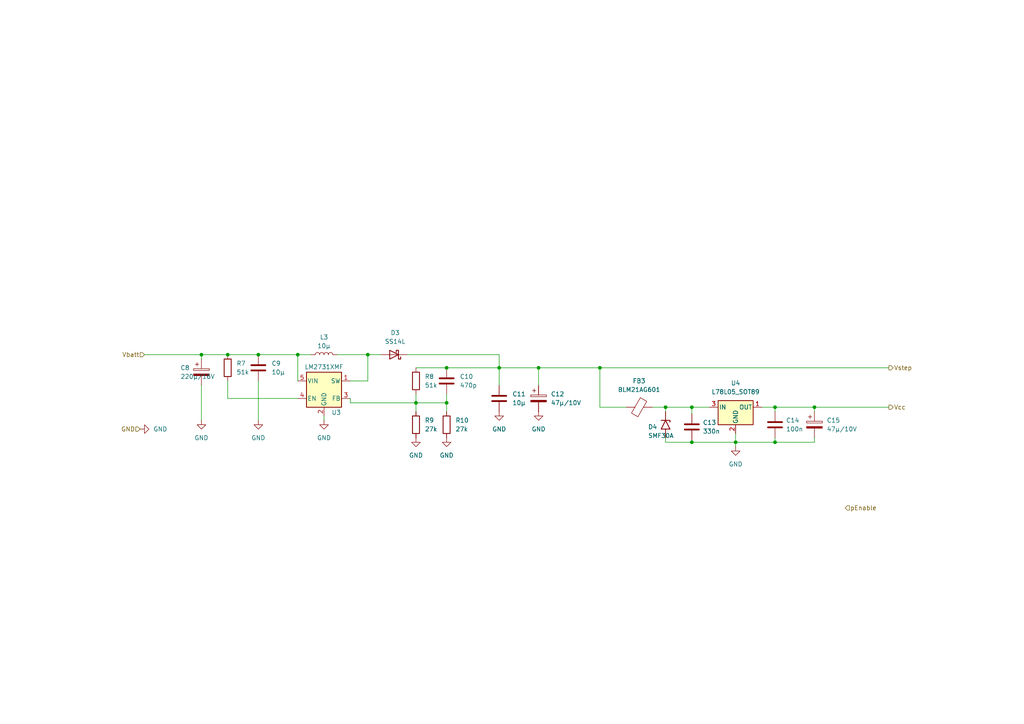
<source format=kicad_sch>
(kicad_sch (version 20250114) (generator "eeschema") (generator_version "9.0")
  (paper "A4")
  (lib_symbols
    (symbol "Device:C" (pin_numbers (hide yes)) (pin_names (offset 0.254))
      (property "Reference" "C" (at 0.635 2.54 0))
      (property "Value" "C" (at 0.635 -2.54 0))
      (symbol "C_0_1"
        (polyline (pts (xy -2.032 0.762) (xy 2.032 0.762)) (stroke (width 0.508)))
        (polyline (pts (xy -2.032 -0.762) (xy 2.032 -0.762)) (stroke (width 0.508)))
      )
      (symbol "C_1_1"
        (pin passive line (at 0 3.81 270) (length 2.794) (name "~") (number "1"))
        (pin passive line (at 0 -3.81 90) (length 2.794) (name "~") (number "2"))
      )
    )
    (symbol "Device:C_Polarized" (pin_numbers (hide yes)) (pin_names (offset 0.254))
      (property "Reference" "C" (at 0.635 2.54 0))
      (property "Value" "C_Polarized" (at 0.635 -2.54 0))
      (symbol "C_Polarized_0_1"
        (rectangle (start -2.286 0.508) (end 2.286 1.016))
        (polyline (pts (xy -1.778 2.286) (xy -0.762 2.286)))
        (polyline (pts (xy -1.27 2.794) (xy -1.27 1.778)))
        (rectangle (start 2.286 -0.508) (end -2.286 -1.016) (fill (type outline)))
      )
      (symbol "C_Polarized_1_1"
        (pin passive line (at 0 3.81 270) (length 2.794) (name "~") (number "1"))
        (pin passive line (at 0 -3.81 90) (length 2.794) (name "~") (number "2"))
      )
    )
    (symbol "Device:FerriteBead" (pin_numbers (hide yes)) (pin_names (offset 0))
      (property "Reference" "FB" (at -3.81 0.635 90))
      (property "Value" "FerriteBead" (at 3.81 0 90))
      (symbol "FerriteBead_0_1"
        (polyline (pts (xy -2.7686 0.4064) (xy -1.7018 2.2606) (xy 2.7686 -0.3048) (xy 1.6764 -2.159) (xy -2.7686 0.4064)))
        (polyline (pts (xy 0 1.27) (xy 0 1.2954)))
        (polyline (pts (xy 0 -1.27) (xy 0 -1.2192)))
      )
      (symbol "FerriteBead_1_1"
        (pin passive line (at 0 3.81 270) (length 2.54) (name "~") (number "1"))
        (pin passive line (at 0 -3.81 90) (length 2.54) (name "~") (number "2"))
      )
    )
    (symbol "Device:L" (pin_numbers (hide yes)) (pin_names (offset 1.016) (hide yes))
      (property "Reference" "L" (at -1.27 0 90))
      (property "Value" "L" (at 1.905 0 90))
      (symbol "L_0_1"
        (arc (start 0 2.54) (mid 0.6323 1.905) (end 0 1.27))
        (arc (start 0 1.27) (mid 0.6323 0.635) (end 0 0))
        (arc (start 0 0) (mid 0.6323 -0.635) (end 0 -1.27))
        (arc (start 0 -1.27) (mid 0.6323 -1.905) (end 0 -2.54))
      )
      (symbol "L_1_1"
        (pin passive line (at 0 3.81 270) (length 1.27) (name "1") (number "1"))
        (pin passive line (at 0 -3.81 90) (length 1.27) (name "2") (number "2"))
      )
    )
    (symbol "Device:R" (pin_numbers (hide yes)) (pin_names (offset 0))
      (property "Reference" "R" (at 2.032 0 90))
      (property "Value" "R" (at 0 0 90))
      (symbol "R_0_1"
        (rectangle (start -1.016 -2.54) (end 1.016 2.54) (stroke (width 0.254)))
      )
      (symbol "R_1_1"
        (pin passive line (at 0 3.81 270) (length 1.27) (name "~") (number "1"))
        (pin passive line (at 0 -3.81 90) (length 1.27) (name "~") (number "2"))
      )
    )
    (symbol "Diode:SMF30A" (pin_numbers (hide yes)) (pin_names (offset 1.016) (hide yes))
      (property "Reference" "D" (at 0 2.54 0))
      (property "Value" "SMF30A" (at 0 -2.54 0))
      (symbol "SMF30A_0_1"
        (polyline (pts (xy -0.762 1.27) (xy -1.27 1.27) (xy -1.27 -1.27)) (stroke (width 0.254)))
        (polyline (pts (xy 1.27 1.27) (xy 1.27 -1.27) (xy -1.27 0) (xy 1.27 1.27)) (stroke (width 0.254)))
      )
      (symbol "SMF30A_1_1"
        (pin passive line (at -3.81 0 0) (length 2.54) (name "A1") (number "1"))
        (pin passive line (at 3.81 0 180) (length 2.54) (name "A2") (number "2"))
      )
    )
    (symbol "Diode:SS14" (pin_numbers (hide yes)) (pin_names (offset 1.016) (hide yes))
      (property "Reference" "D" (at 0 2.54 0))
      (property "Value" "SS14" (at 0 -2.54 0))
      (symbol "SS14_0_1"
        (polyline (pts (xy -1.905 0.635) (xy -1.905 1.27) (xy -1.27 1.27) (xy -1.27 -1.27) (xy -0.635 -1.27) (xy -0.635 -0.635)) (stroke (width 0.254)))
        (polyline (pts (xy 1.27 1.27) (xy 1.27 -1.27) (xy -1.27 0) (xy 1.27 1.27)) (stroke (width 0.254)))
        (polyline (pts (xy 1.27 0) (xy -1.27 0)))
      )
      (symbol "SS14_1_1"
        (pin passive line (at -3.81 0 0) (length 2.54) (name "K") (number "1"))
        (pin passive line (at 3.81 0 180) (length 2.54) (name "A") (number "2"))
      )
    )
    (symbol "Regulator_Linear:L78L05_SOT89" (pin_names (offset 0.254))
      (property "Reference" "U" (at -3.81 3.175 0))
      (property "Value" "L78L05_SOT89" (at -0.635 3.175 0))
      (symbol "L78L05_SOT89_0_1"
        (rectangle (start -5.08 1.905) (end 5.08 -5.08) (stroke (width 0.254)) (fill (type background)))
      )
      (symbol "L78L05_SOT89_1_1"
        (pin power_in line (at -7.62 0 0) (length 2.54) (name "IN") (number "3"))
        (pin power_in line (at 0 -7.62 90) (length 2.54) (name "GND") (number "2"))
        (pin power_out line (at 7.62 0 180) (length 2.54) (name "OUT") (number "1"))
      )
    )
    (symbol "Regulator_Switching:LM2731XMF" (pin_names (offset 0.254))
      (property "Reference" "U" (at -5.08 6.35 0))
      (property "Value" "LM2731XMF" (at 0 6.35 0))
      (symbol "LM2731XMF_0_1"
        (rectangle (start -5.08 5.08) (end 5.08 -5.08) (stroke (width 0.254)) (fill (type background)))
      )
      (symbol "LM2731XMF_1_1"
        (pin input line (at -7.62 2.54 0) (length 2.54) (name "VIN") (number "5"))
        (pin input line (at -7.62 -2.54 0) (length 2.54) (name "EN") (number "4"))
        (pin power_in line (at 0 -7.62 90) (length 2.54) (name "GND") (number "2"))
        (pin output line (at 7.62 2.54 180) (length 2.54) (name "SW") (number "1"))
        (pin input line (at 7.62 -2.54 180) (length 2.54) (name "FB") (number "3"))
      )
    )
    (symbol "power:GND" (power) (pin_numbers (hide yes)) (pin_names (offset 0) (hide yes))
      (property "Value" "GND" (at 0 -3.81 0))
      (symbol "GND_0_1"
        (polyline (pts (xy 0 0) (xy 0 -1.27) (xy 1.27 -1.27) (xy 0 -2.54) (xy -1.27 -1.27) (xy 0 -1.27)))
      )
      (symbol "GND_1_1"
        (pin power_in line (at 0 0 270) (length 0) (name "~") (number "1"))
      )
    )
  )
  (junction (at 106.68 102.87))
  (junction (at 74.93 102.87))
  (junction (at 236.22 118.11))
  (junction (at 200.66 118.11))
  (junction (at 224.79 128.27))
  (junction (at 193.04 118.11))
  (junction (at 213.36 128.27))
  (junction (at 144.78 106.68))
  (junction (at 173.99 106.68))
  (junction (at 129.54 106.68))
  (junction (at 156.21 106.68))
  (junction (at 58.42 102.87))
  (junction (at 200.66 128.27))
  (junction (at 120.65 116.84))
  (junction (at 86.36 102.87))
  (junction (at 224.79 118.11))
  (junction (at 66.04 102.87))
  (junction (at 129.54 116.84))
  (wire (pts (xy 106.68 102.87) (xy 110.49 102.87)))
  (wire (pts (xy 58.42 104.14) (xy 58.42 102.87)))
  (wire (pts (xy 106.68 110.49) (xy 106.68 102.87)))
  (wire (pts (xy 120.65 116.84) (xy 120.65 119.38)))
  (wire (pts (xy 120.65 106.68) (xy 129.54 106.68)))
  (wire (pts (xy 236.22 118.11) (xy 257.81 118.11)))
  (wire (pts (xy 200.66 128.27) (xy 213.36 128.27)))
  (wire (pts (xy 213.36 128.27) (xy 224.79 128.27)))
  (wire (pts (xy 86.36 110.49) (xy 86.36 102.87)))
  (wire (pts (xy 181.61 118.11) (xy 173.99 118.11)))
  (wire (pts (xy 118.11 102.87) (xy 144.78 102.87)))
  (wire (pts (xy 86.36 102.87) (xy 74.93 102.87)))
  (wire (pts (xy 236.22 128.27) (xy 236.22 127)))
  (wire (pts (xy 66.04 102.87) (xy 74.93 102.87)))
  (wire (pts (xy 156.21 106.68) (xy 156.21 111.76)))
  (wire (pts (xy 144.78 106.68) (xy 156.21 106.68)))
  (wire (pts (xy 129.54 106.68) (xy 144.78 106.68)))
  (wire (pts (xy 173.99 106.68) (xy 257.81 106.68)))
  (wire (pts (xy 200.66 118.11) (xy 205.74 118.11)))
  (wire (pts (xy 224.79 127) (xy 224.79 128.27)))
  (wire (pts (xy 97.79 102.87) (xy 106.68 102.87)))
  (wire (pts (xy 200.66 128.27) (xy 200.66 127.635)))
  (wire (pts (xy 213.36 129.54) (xy 213.36 128.27)))
  (wire (pts (xy 101.6 116.84) (xy 120.65 116.84)))
  (wire (pts (xy 224.79 119.38) (xy 224.79 118.11)))
  (wire (pts (xy 101.6 110.49) (xy 106.68 110.49)))
  (wire (pts (xy 74.93 110.49) (xy 74.93 121.92)))
  (wire (pts (xy 58.42 102.87) (xy 66.04 102.87)))
  (wire (pts (xy 66.04 110.49) (xy 66.04 115.57)))
  (wire (pts (xy 224.79 128.27) (xy 236.22 128.27)))
  (wire (pts (xy 120.65 114.3) (xy 120.65 116.84)))
  (wire (pts (xy 58.42 111.76) (xy 58.42 121.92)))
  (wire (pts (xy 224.79 118.11) (xy 236.22 118.11)))
  (wire (pts (xy 220.98 118.11) (xy 224.79 118.11)))
  (wire (pts (xy 129.54 114.3) (xy 129.54 116.84)))
  (wire (pts (xy 236.22 118.11) (xy 236.22 119.38)))
  (wire (pts (xy 41.91 102.87) (xy 58.42 102.87)))
  (wire (pts (xy 193.04 118.11) (xy 193.04 119.38)))
  (wire (pts (xy 156.21 106.68) (xy 173.99 106.68)))
  (wire (pts (xy 173.99 118.11) (xy 173.99 106.68)))
  (wire (pts (xy 193.04 118.11) (xy 200.66 118.11)))
  (wire (pts (xy 101.6 115.57) (xy 101.6 116.84)))
  (wire (pts (xy 129.54 116.84) (xy 120.65 116.84)))
  (wire (pts (xy 144.78 102.87) (xy 144.78 106.68)))
  (wire (pts (xy 144.78 106.68) (xy 144.78 111.76)))
  (wire (pts (xy 66.04 115.57) (xy 86.36 115.57)))
  (wire (pts (xy 200.66 120.015) (xy 200.66 118.11)))
  (wire (pts (xy 129.54 119.38) (xy 129.54 116.84)))
  (wire (pts (xy 86.36 102.87) (xy 90.17 102.87)))
  (wire (pts (xy 193.04 128.27) (xy 200.66 128.27)))
  (wire (pts (xy 189.23 118.11) (xy 193.04 118.11)))
  (wire (pts (xy 193.04 127) (xy 193.04 128.27)))
  (wire (pts (xy 93.98 120.65) (xy 93.98 121.92)))
  (wire (pts (xy 213.36 125.73) (xy 213.36 128.27)))
  (hierarchical_label "GND" (shape input) (at 40.64 124.46 180))
  (hierarchical_label "pEnable" (shape input) (at 245.11 147.32 0))
  (hierarchical_label "Vstep" (shape output) (at 257.81 106.68 0))
  (hierarchical_label "Vbatt" (shape input) (at 41.91 102.87 180))
  (hierarchical_label "Vcc" (shape output) (at 257.81 118.11 0))
  (symbol (lib_id "power:GND") (at 156.21 119.38 0) (unit 1)
    (property "Reference" "#PWR0104" (effects (hide yes)))
    (property "Value" "GND" (at 156.21 124.46 0))
    (property "Description" "Power symbol creates a global label with name \"GND\" , ground" (effects (hide yes)))
  )
  (symbol (lib_id "Diode:SMF30A") (at 193.04 123.19 270) (unit 1)
    (property "Reference" "D4" (at 187.96 123.825 90) (effects (justify left)))
    (property "Value" "SMF30A" (at 187.96 126.365 90) (effects (justify left)))
    (property "Footprint" "Diode_SMD:D_SMF" (effects (hide yes)))
    (property "Datasheet" "https://www.vishay.com/doc?85881" (effects (hide yes)))
  )
  (symbol (lib_id "power:GND") (at 213.36 129.54 0) (unit 1)
    (property "Reference" "#PWR020" (effects (hide yes)))
    (property "Value" "GND" (at 213.36 134.62 0))
  )
  (symbol (lib_id "power:GND") (at 74.93 121.92 0) (unit 1)
    (property "Reference" "#PWR09" (effects (hide yes)))
    (property "Value" "GND" (at 74.93 127 0))
    (property "Description" "Power symbol creates a global label with name \"GND\" , ground" (effects (hide yes)))
  )
  (symbol (lib_id "power:GND") (at 93.98 121.92 0) (unit 1)
    (property "Reference" "#PWR010" (effects (hide yes)))
    (property "Value" "GND" (at 93.98 127 0))
    (property "Description" "Power symbol creates a global label with name \"GND\" , ground" (effects (hide yes)))
  )
  (symbol (lib_id "Device:R") (at 120.65 110.49 0) (unit 1)
    (property "Reference" "R8" (at 123.19 109.2199 0) (effects (justify left)))
    (property "Value" "51k" (at 123.19 111.7599 0) (effects (justify left)))
    (property "Description" "Resistor" (effects (hide yes)))
  )
  (symbol (lib_id "power:GND") (at 120.65 127 0) (unit 1)
    (property "Reference" "#PWR0102" (effects (hide yes)))
    (property "Value" "GND" (at 120.65 132.08 0))
    (property "Description" "Power symbol creates a global label with name \"GND\" , ground" (effects (hide yes)))
  )
  (symbol (lib_id "Diode:SS14") (at 114.3 102.87 180) (unit 1)
    (property "Reference" "D3" (at 114.6175 96.52 0))
    (property "Value" "SS14L" (at 114.6175 99.06 0))
    (property "Footprint" "Diode_SMD:D_SMA" (effects (hide yes)))
    (property "Datasheet" "https://www.vishay.com/docs/88746/ss12.pdf" (effects (hide yes)))
    (property "Description" "40V 1A Schottky Diode, SMA" (effects (hide yes)))
  )
  (symbol (lib_id "Device:C") (at 74.93 106.68 0) (unit 1)
    (property "Reference" "C9" (at 78.74 105.4099 0) (effects (justify left)))
    (property "Value" "10µ" (at 78.74 107.9499 0) (effects (justify left)))
    (property "Description" "Unpolarized capacitor" (effects (hide yes)))
  )
  (symbol (lib_id "Device:L") (at 93.98 102.87 90) (unit 1)
    (property "Reference" "L3" (at 93.98 97.79 90))
    (property "Value" "10µ" (at 93.98 100.33 90))
    (property "Description" "Inductor" (effects (hide yes)))
  )
  (symbol (lib_id "Device:C") (at 200.66 123.825 0) (unit 1)
    (property "Reference" "C13" (at 203.835 122.555 0) (effects (justify left)))
    (property "Value" "330n" (at 203.835 125.095 0) (effects (justify left)))
    (property "Footprint" "Capacitor_SMD:C_0805_2012Metric" (effects (hide yes)))
  )
  (symbol (lib_id "Device:R") (at 120.65 123.19 0) (unit 1)
    (property "Reference" "R9" (at 123.19 121.9199 0) (effects (justify left)))
    (property "Value" "27k" (at 123.19 124.4599 0) (effects (justify left)))
    (property "Description" "Resistor" (effects (hide yes)))
  )
  (symbol (lib_id "Device:R") (at 66.04 106.68 0) (unit 1)
    (property "Reference" "R7" (at 68.58 105.4099 0) (effects (justify left)))
    (property "Value" "51k" (at 68.58 107.9499 0) (effects (justify left)))
    (property "Description" "Resistor" (effects (hide yes)))
  )
  (symbol (lib_id "Regulator_Linear:L78L05_SOT89") (at 213.36 118.11 0) (unit 1)
    (property "Reference" "U4" (at 213.36 111.125 0))
    (property "Value" "L78L05_SOT89" (at 213.36 113.665 0))
    (property "Footprint" "Package_TO_SOT_SMD:SOT-89-3" (effects (hide yes)))
    (property "Datasheet" "http://www.st.com/content/ccc/resource/technical/document/datasheet/15/55/e5/aa/23/5b/43/fd/CD00000446.pdf/files/CD00000446.pdf/jcr:content/translations/en.CD00000446.pdf" (effects (hide yes)))
  )
  (symbol (lib_id "Device:C_Polarized") (at 236.22 123.19 0) (unit 1)
    (property "Reference" "C15" (at 239.776 121.92 0) (effects (justify left)))
    (property "Value" "47µ/10V" (at 239.776 124.46 0) (effects (justify left)))
    (property "Description" "Polarized capacitor" (effects (hide yes)))
  )
  (symbol (lib_id "Device:C_Polarized") (at 58.42 107.95 0) (unit 1)
    (property "Reference" "C8" (at 52.324 106.68 0) (effects (justify left)))
    (property "Value" "220µ/16V" (at 52.324 109.22 0) (effects (justify left)))
    (property "Description" "Polarized capacitor" (effects (hide yes)))
  )
  (symbol (lib_id "power:GND") (at 58.42 121.92 0) (unit 1)
    (property "Reference" "#PWR0103" (effects (hide yes)))
    (property "Value" "GND" (at 58.42 127 0))
    (property "Description" "Power symbol creates a global label with name \"GND\" , ground" (effects (hide yes)))
  )
  (symbol (lib_id "power:GND") (at 129.54 127 0) (unit 1)
    (property "Reference" "#PWR0101" (effects (hide yes)))
    (property "Value" "GND" (at 129.54 132.08 0))
    (property "Description" "Power symbol creates a global label with name \"GND\" , ground" (effects (hide yes)))
  )
  (symbol (lib_id "Regulator_Switching:LM2731XMF") (at 93.98 113.03 0) (unit 1)
    (property "Reference" "U3" (at 97.536 119.634 0))
    (property "Value" "LM2731XMF" (at 93.98 106.426 0))
    (property "Footprint" "Package_TO_SOT_SMD:SOT-23-5" (effects (hide yes)))
    (property "Datasheet" "http://www.ti.com/lit/ds/symlink/lm2731.pdf" (effects (hide yes)))
    (property "Description" "LM27313, 1.8A, 22Vout Boost Voltage Regulator, 1.6MHz Frequency, SOT-23-5" (effects (hide yes)))
  )
  (symbol (lib_id "Device:C") (at 224.79 123.19 0) (unit 1)
    (property "Reference" "C14" (at 227.965 121.92 0) (effects (justify left)))
    (property "Value" "100n" (at 227.965 124.46 0) (effects (justify left)))
    (property "Footprint" "Capacitor_SMD:C_0603_1608Metric" (effects (hide yes)))
  )
  (symbol (lib_id "Device:C_Polarized") (at 156.21 115.57 0) (unit 1)
    (property "Reference" "C12" (at 159.766 114.3 0) (effects (justify left)))
    (property "Value" "47µ/10V" (at 159.766 116.84 0) (effects (justify left)))
    (property "Description" "Polarized capacitor" (effects (hide yes)))
  )
  (symbol (lib_id "power:GND") (at 144.78 119.38 0) (unit 1)
    (property "Reference" "#PWR011" (effects (hide yes)))
    (property "Value" "GND" (at 144.78 124.46 0))
    (property "Description" "Power symbol creates a global label with name \"GND\" , ground" (effects (hide yes)))
  )
  (symbol (lib_id "power:GND") (at 40.64 124.46 90) (unit 1)
    (property "Reference" "#PWR012" (effects (hide yes)))
    (property "Value" "GND" (at 44.45 124.4599 90) (effects (justify right)))
    (property "Description" "Power symbol creates a global label with name \"GND\" , ground" (effects (hide yes)))
  )
  (symbol (lib_id "Device:R") (at 129.54 123.19 0) (unit 1)
    (property "Reference" "R10" (at 132.08 121.9199 0) (effects (justify left)))
    (property "Value" "27k" (at 132.08 124.4599 0) (effects (justify left)))
    (property "Description" "Resistor" (effects (hide yes)))
  )
  (symbol (lib_id "Device:FerriteBead") (at 185.42 118.11 90) (unit 1)
    (property "Reference" "FB3" (at 185.3692 110.49 90))
    (property "Value" "BLM21AG601" (at 185.3692 113.03 90))
    (property "Description" "Ferrite bead" (effects (hide yes)))
  )
  (symbol (lib_id "Device:C") (at 144.78 115.57 0) (unit 1)
    (property "Reference" "C11" (at 148.59 114.2999 0) (effects (justify left)))
    (property "Value" "10µ" (at 148.59 116.8399 0) (effects (justify left)))
    (property "Description" "Unpolarized capacitor" (effects (hide yes)))
  )
  (symbol (lib_id "Device:C") (at 129.54 110.49 0) (unit 1)
    (property "Reference" "C10" (at 133.35 109.2199 0) (effects (justify left)))
    (property "Value" "470p" (at 133.35 111.7599 0) (effects (justify left)))
    (property "Description" "Unpolarized capacitor" (effects (hide yes)))
  )
)
</source>
